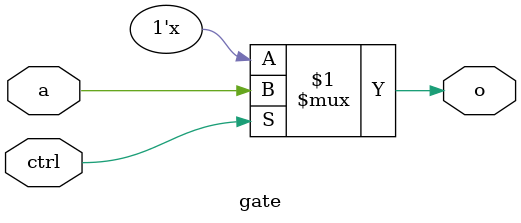
<source format=v>
module test;
  reg [1:0] pattin;
  wire a, ctl, o, pattout;
  reg [10*8:0] patFile, fltFile, rptFile;
    
  assign {a, ctl} = pattin;
  assign pattout = o;
  gate g1(a, ctl, o);
  initial
  begin
    patFile = "pat.txt";
    fltFile = "fault.txt";
    rptFile = "fault.rpt";
    $faultEnumerate(fltFile);
    $generatePatterns(pattin, pattout, fltFile, patFile, rptFile);
  end
endmodule
      
module gate (
a,
ctrl,
o
);
input  a;
input  ctrl;
output  o;
bufif1 (o, a, ctrl);
endmodule

</source>
